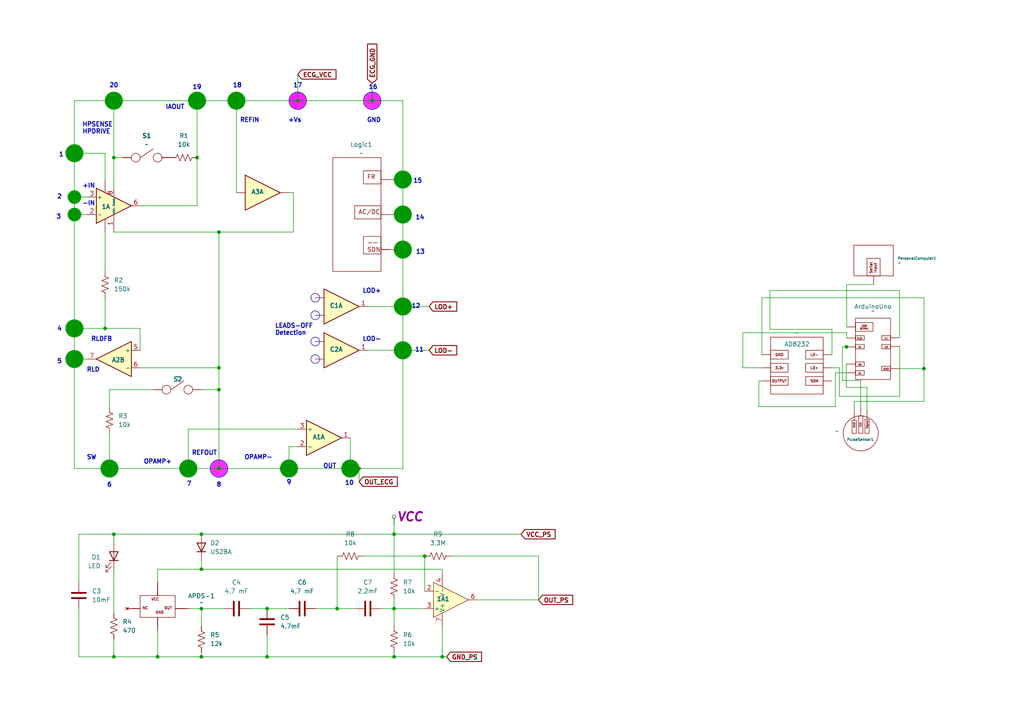
<source format=kicad_sch>
(kicad_sch (version 20231120) (generator "eeschema") (generator_version "8.0")
  (paper "A4")
  (lib_symbols
    (symbol "AD8606ARM_1" (pin_names (offset 0.127))
      (property "Reference" "A3" (at -1.524 0.254 0))
      (symbol "AD8606ARM_1_1_1"
        (polyline (pts (xy -5.08 5.08) (xy 5.08 0) (xy -5.08 -5.08) (xy -5.08 5.08)) (stroke (width 0.254)) (fill (type background)))
        (pin input line (at -7.62 0 0) (length 2.54) (name "") (number ""))
        (pin output line (at 7.62 0 180) (length 2.54) (name "~") (number ""))
      )
      (symbol "AD8606ARM_1_2_1"
        (polyline (pts (xy -5.08 5.08) (xy 5.08 0) (xy -5.08 -5.08) (xy -5.08 5.08)) (stroke (width 0.254)) (fill (type background)))
        (pin input line (at -7.62 2.54 0) (length 2.54) (name "+") (number "5"))
        (pin input line (at -7.62 -2.54 0) (length 2.54) (name "-") (number "6"))
        (pin output line (at 7.62 0 180) (length 2.54) (name "~") (number "7"))
      )
      (symbol "AD8606ARM_1_3_1"
        (pin power_in line (at -2.54 -7.62 90) (length 3.81) (name "V-") (number "4"))
        (pin power_in line (at -2.54 7.62 270) (length 3.81) (name "V+") (number "8"))
      )
    )
    (symbol "AD8606ARM_2" (pin_names (offset 0.127))
      (property "Reference" "C1" (at -1.524 0.254 0))
      (symbol "AD8606ARM_2_1_1"
        (polyline (pts (xy -5.08 5.08) (xy 5.08 0) (xy -5.08 -5.08) (xy -5.08 5.08)) (stroke (width 0.254)) (fill (type background)))
        (pin input line (at -7.62 -2.54 0) (length 2.54) (name "") (number ""))
        (pin input line (at -7.62 2.54 0) (length 2.54) (name "") (number ""))
        (pin output line (at 7.62 0 180) (length 2.54) (name "~") (number "1"))
      )
      (symbol "AD8606ARM_2_2_1"
        (polyline (pts (xy -5.08 5.08) (xy 5.08 0) (xy -5.08 -5.08) (xy -5.08 5.08)) (stroke (width 0.254)) (fill (type background)))
        (pin input line (at -7.62 2.54 0) (length 2.54) (name "+") (number "5"))
        (pin input line (at -7.62 -2.54 0) (length 2.54) (name "-") (number "6"))
        (pin output line (at 7.62 0 180) (length 2.54) (name "~") (number "7"))
      )
      (symbol "AD8606ARM_2_3_1"
        (pin power_in line (at -2.54 -7.62 90) (length 3.81) (name "V-") (number "4"))
        (pin power_in line (at -2.54 7.62 270) (length 3.81) (name "V+") (number "8"))
      )
    )
    (symbol "Amplifier_Operational:AD8606ARM" (pin_names (offset 0.127))
      (property "Reference" "U" (at 0 5.08 0))
      (property "Value" "AD8606ARM" (at 0 -5.08 0))
      (symbol "AD8606ARM_1_1"
        (polyline (pts (xy -5.08 5.08) (xy 5.08 0) (xy -5.08 -5.08) (xy -5.08 5.08)) (stroke (width 0.254)) (fill (type background)))
        (pin output line (at 7.62 0 180) (length 2.54) (name "~") (number "1"))
        (pin input line (at -7.62 -2.54 0) (length 2.54) (name "-") (number "2"))
        (pin input line (at -7.62 2.54 0) (length 2.54) (name "+") (number "3"))
      )
      (symbol "AD8606ARM_2_1"
        (polyline (pts (xy -5.08 5.08) (xy 5.08 0) (xy -5.08 -5.08) (xy -5.08 5.08)) (stroke (width 0.254)) (fill (type background)))
        (pin input line (at -7.62 2.54 0) (length 2.54) (name "+") (number "5"))
        (pin input line (at -7.62 -2.54 0) (length 2.54) (name "-") (number "6"))
        (pin output line (at 7.62 0 180) (length 2.54) (name "~") (number "7"))
      )
      (symbol "AD8606ARM_3_1"
        (pin power_in line (at -2.54 -7.62 90) (length 3.81) (name "V-") (number "4"))
        (pin power_in line (at -2.54 7.62 270) (length 3.81) (name "V+") (number "8"))
      )
    )
    (symbol "Amplifier_Operational:LogicBoardAD8232"
      (property "Reference" "Logic" (at 0 20.828 0))
      (symbol "LogicBoardAD8232_0_1"
        (rectangle (start -6.35 16.51) (end 7.62 -16.51))
      )
      (symbol "LogicBoardAD8232_1_0"
        (polyline (pts (xy 7.62 -10.16) (xy 10.16 -10.16)))
        (text_box "--\nSDN" (at 2.54 -6.35 0) (size 5.08 -5.08) (effects (font (size 1.27 1.27)) (justify left top)))
        (text_box "AC/DC" (at 0 2.54 0) (size 7.62 -3.81) (effects (font (size 1.27 1.27)) (justify left top)))
        (text_box "FR" (at 2.54 12.7 0) (size 5.08 -3.81) (effects (font (size 1.27 1.27)) (justify left top)))
      )
      (symbol "LogicBoardAD8232_1_1"
        (pin power_in line (at 11.43 -10.16 180) (length 3.81) (name "") (number ""))
        (pin power_in line (at 11.43 0 180) (length 3.81) (name "") (number ""))
        (pin power_in line (at 11.43 10.16 180) (length 3.81) (name "") (number ""))
      )
    )
    (symbol "Amplifier_Operational:OP1177ARM" (pin_names (offset 0.127))
      (property "Reference" "U" (at 2.54 5.08 0))
      (property "Value" "OP1177ARM" (at 7.62 2.54 0))
      (symbol "OP1177ARM_0_1"
        (polyline (pts (xy -5.08 5.08) (xy -5.08 -5.08) (xy 5.08 0) (xy -5.08 5.08)) (fill (type background)))
      )
      (symbol "OP1177ARM_1_1"
        (pin no_connect line (at -5.08 0 0) (length 3.81) hide (name "NC") (number "1"))
        (pin input line (at -7.62 -2.54 0) (length 2.54) (name "-") (number "2"))
        (pin input line (at -7.62 2.54 0) (length 2.54) (name "+") (number "3"))
        (pin power_in line (at -2.54 -7.62 90) (length 3.81) (name "V-") (number "4"))
        (pin no_connect line (at 0 -2.54 90) (length 3.81) hide (name "NC") (number "5"))
        (pin output line (at 7.62 0 180) (length 2.54) (name "~") (number "6"))
        (pin power_in line (at -2.54 7.62 270) (length 3.81) (name "V+") (number "7"))
        (pin no_connect line (at 0 2.54 270) (length 3.81) hide (name "NC") (number "8"))
      )
    )
    (symbol "Amplifier_Operational:OPA121KM" (pin_names (offset 0.127))
      (property "Reference" "1A" (at -2.286 -0.254 0))
      (symbol "OPA121KM_0_1"
        (polyline (pts (xy -5.08 5.08) (xy 5.08 0) (xy -5.08 -5.08) (xy -5.08 5.08)) (stroke (width 0.254)) (fill (type background)))
      )
      (symbol "OPA121KM_1_1"
        (pin power_in line (at -2.54 -7.62 90) (length 3.81) (name "") (number ""))
        (pin power_in line (at -2.54 7.62 270) (length 3.81) (name "") (number ""))
        (pin input line (at 0 -7.62 90) (length 5.08) (name "NULL") (number "1"))
        (pin input line (at -7.62 -2.54 0) (length 2.54) (name "-") (number "2"))
        (pin input line (at -7.62 2.54 0) (length 2.54) (name "+") (number "3"))
        (pin output line (at 7.62 0 180) (length 2.54) (name "~") (number "6"))
        (pin passive line (at 0 5.08 270) (length 2.54) (name "Subst.") (number "8"))
      )
    )
    (symbol "Analog:AD8232"
      (property "Reference" "AD8232" (at 0 0 0))
      (symbol "AD8232_0_1"
        (rectangle (start -7.62 -10.16) (end -2.54 -12.7))
        (rectangle (start -7.62 -6.35) (end -2.54 -8.89))
        (rectangle (start -7.62 -2.54) (end -2.54 -5.08))
        (rectangle (start -7.62 1.27) (end 7.62 -15.24))
        (rectangle (start 7.62 -10.16) (end 2.54 -12.7))
        (rectangle (start 7.62 -6.35) (end 2.54 -8.89))
        (rectangle (start 7.62 -2.54) (end 2.54 -5.08))
      )
      (symbol "AD8232_1_1"
        (text "3.3v\n" (at -5.08 -7.62 0) (effects (font (size 0.762 0.762))))
        (text "GND" (at -5.08 -3.81 0) (effects (font (size 0.762 0.762))))
        (text "LD+" (at 5.08 -7.62 0) (effects (font (size 0.762 0.762))))
        (text "LD-" (at 5.08 -3.81 0) (effects (font (size 0.762 0.762))))
        (text "OUTPUT" (at -5.08 -11.43 0) (effects (font (size 0.762 0.762))))
        (text "SDN\n" (at 5.08 -11.43 0) (effects (font (size 0.762 0.762))))
        (pin unspecified line (at -10.16 -11.43 0) (length 2.54) (name "") (number ""))
        (pin unspecified line (at -10.16 -7.62 0) (length 2.54) (name "") (number ""))
        (pin unspecified line (at -10.16 -3.81 0) (length 2.54) (name "") (number ""))
        (pin unspecified line (at 10.16 -11.43 180) (length 2.54) (name "") (number ""))
        (pin unspecified line (at 10.16 -7.62 180) (length 2.54) (name "") (number ""))
        (pin unspecified line (at 10.16 -3.81 180) (length 2.54) (name "") (number ""))
      )
    )
    (symbol "Analog:APDS-9006"
      (property "Reference" "APDS-9006" (at -6.35 4.064 0))
      (symbol "APDS-9006_0_1"
        (rectangle (start -3.81 2.54) (end 6.35 -3.81))
      )
      (symbol "APDS-9006_1_1"
        (polyline (pts (xy -3.81 -1.27) (xy -6.35 -1.27)))
        (polyline (pts (xy 1.27 -3.81) (xy 1.27 -6.35)))
        (polyline (pts (xy 1.27 2.54) (xy 1.27 5.08)))
        (polyline (pts (xy 6.35 -1.27) (xy 8.89 -1.27)))
        (text_box "GND" (at 0 -1.27 0) (size 2.54 -1.27) (stroke (width -0.0001)) (effects (font (size 0.762 0.762)) (justify left top)))
        (text_box "NC" (at -3.81 0 0) (size 3.81 -2.54) (stroke (width -0.0001)) (effects (font (size 0.762 0.762)) (justify left top)))
        (text_box "OUT\n" (at 2.54 0 0) (size 3.81 -2.54) (stroke (width -0.0001)) (effects (font (size 0.762 0.762)) (justify left top)))
        (text_box "VCC" (at -1.27 2.54 0) (size 3.81 -2.54) (stroke (width -0.0001)) (effects (font (size 0.762 0.762)) (justify left top)))
        (pin no_connect line (at -7.62 -1.27 0) (length 3.81) (name "") (number ""))
        (pin power_out line (at 1.27 -7.62 90) (length 3.81) (name "") (number ""))
        (pin input line (at 1.27 6.35 270) (length 3.81) (name "") (number ""))
        (pin output line (at 10.16 -1.27 180) (length 3.81) (name "") (number ""))
      )
    )
    (symbol "Analog:ATMEGA32"
      (property "Reference" "ArduinoUno" (at 0.0017 7.1947 0))
      (property "Value" "~" (at 0.0017 5.9247 0))
      (symbol "ATMEGA32_0_1"
        (rectangle (start -5.08 2.54) (end 0 0))
        (rectangle (start -5.08 3.81) (end 5.08 -13.97))
      )
      (symbol "ATMEGA32_1_1"
        (rectangle (start -5.08 -11.43) (end -2.54 -12.7))
        (rectangle (start -5.08 -8.89) (end -2.54 -10.16))
        (rectangle (start -5.08 -3.81) (end -2.54 -5.08))
        (rectangle (start -5.08 -1.27) (end -2.54 -2.54))
        (rectangle (start 2.54 -10.16) (end 5.08 -11.43))
        (rectangle (start 2.54 -3.81) (end 5.08 -5.08))
        (rectangle (start 2.54 -1.27) (end 5.08 -2.54))
        (text "10\n" (at 3.81 -4.572 0) (effects (font (size 0.508 0.508))))
        (text "11" (at 3.81 -2.032 0) (effects (font (size 0.508 0.508))))
        (text "3.3v\n" (at -3.81 -2.032 0) (effects (font (size 0.508 0.508))))
        (text "5v\n" (at -3.81 -4.572 0) (effects (font (size 0.508 0.508))))
        (text "A0\n" (at -3.81 -9.652 0) (effects (font (size 0.508 0.508))))
        (text "A1\n" (at -3.81 -12.192 0) (effects (font (size 0.508 0.508))))
        (text "GND\n" (at 3.81 -10.922 0) (effects (font (size 0.508 0.508))))
        (text "USB\nSERIAL" (at -2.5399 1.1959 0) (effects (font (size 0.508 0.508))))
        (pin input line (at -7.7558 -9.4993 0) (length 2.54) (name "") (number ""))
        (pin input line (at -7.6923 -12.0428 0) (length 2.54) (name "") (number ""))
        (pin power_out line (at -7.6923 -4.5147 0) (length 2.54) (name "") (number ""))
        (pin unspecified line (at -7.62 1.27 0) (length 2.54) (name "") (number ""))
        (pin power_out line (at -7.6199 -1.9465 0) (length 2.54) (name "") (number ""))
        (pin input line (at 7.6411 -10.8188 180) (length 2.54) (name "") (number ""))
        (pin input line (at 7.6957 -1.8688 180) (length 2.54) (name "") (number ""))
        (pin input line (at 7.7593 -4.4123 180) (length 2.54) (name "") (number ""))
      )
    )
    (symbol "Analog:PC"
      (property "Reference" "PersonalComputer" (at 3.1914 -0.0618 0))
      (symbol "PC_0_1"
        (rectangle (start -2.54 1.27) (end 8.89 -7.62))
        (rectangle (start 1.27 -2.54) (end 5.08 -7.6122))
      )
      (symbol "PC_1_1"
        (text "Serial\nInput" (at 3.0677 -5.2454 900) (effects (font (size 0.762 0.762))))
        (pin unspecified line (at 3.196 -10.1518 90) (length 2.54) (name "") (number ""))
      )
    )
    (symbol "Analog:PulseSensor"
      (property "Reference" "PulseSensor" (at 0 1.27 0))
      (symbol "PulseSensor_0_1"
        (circle (center 0 -1.27) (radius 5.08))
      )
      (symbol "PulseSensor_1_1"
        (rectangle (start -2.4509 -1.27) (end -1.2254 -5.3547))
        (rectangle (start -0.6393 -1.27) (end 0.5862 -6.35))
        (rectangle (start 1.2787 -1.27) (end 2.5042 -5.08))
        (text "GND\n" (at 1.9006 -3.7124 900) (effects (font (size 0.508 0.508))))
        (text "Signal\n" (at -1.8645 -3.89 900) (effects (font (size 0.508 0.508))))
        (text "VCC" (at 0 -3.81 900) (effects (font (size 0.508 0.508))))
        (pin unspecified line (at -1.829 -7.9216 90) (length 2.54) (name "") (number ""))
        (pin unspecified line (at 0 -8.89 90) (length 2.54) (name "") (number ""))
        (pin unspecified line (at 1.8648 -7.7178 90) (length 2.54) (name "") (number ""))
      )
    )
    (symbol "Device:C" (pin_numbers hide) (pin_names (offset 0.254))
      (property "Reference" "C" (at 0.635 2.54 0))
      (property "Value" "C" (at 0.635 -2.54 0))
      (symbol "C_0_1"
        (polyline (pts (xy -2.032 -0.762) (xy 2.032 -0.762)) (stroke (width 0.508)))
        (polyline (pts (xy -2.032 0.762) (xy 2.032 0.762)) (stroke (width 0.508)))
      )
      (symbol "C_1_1"
        (pin passive line (at 0 3.81 270) (length 2.794) (name "~") (number "1"))
        (pin passive line (at 0 -3.81 90) (length 2.794) (name "~") (number "2"))
      )
    )
    (symbol "Device:LED" (pin_numbers hide) (pin_names (offset 1.016) hide)
      (property "Reference" "D" (at 0 2.54 0))
      (property "Value" "LED" (at 0 -2.54 0))
      (symbol "LED_0_1"
        (polyline (pts (xy -1.27 -1.27) (xy -1.27 1.27)) (stroke (width 0.254)))
        (polyline (pts (xy -1.27 0) (xy 1.27 0)))
        (polyline (pts (xy 1.27 -1.27) (xy 1.27 1.27) (xy -1.27 0) (xy 1.27 -1.27)) (stroke (width 0.254)))
        (polyline (pts (xy -3.048 -0.762) (xy -4.572 -2.286) (xy -3.81 -2.286) (xy -4.572 -2.286) (xy -4.572 -1.524)))
        (polyline (pts (xy -1.778 -0.762) (xy -3.302 -2.286) (xy -2.54 -2.286) (xy -3.302 -2.286) (xy -3.302 -1.524)))
      )
      (symbol "LED_1_1"
        (pin passive line (at -3.81 0 0) (length 2.54) (name "K") (number "1"))
        (pin passive line (at 3.81 0 180) (length 2.54) (name "A") (number "2"))
      )
    )
    (symbol "Device:R_US" (pin_numbers hide) (pin_names (offset 0))
      (property "Reference" "R" (at 2.54 0 90))
      (property "Value" "R_US" (at -2.54 0 90))
      (symbol "R_US_0_1"
        (polyline (pts (xy 0 -2.286) (xy 0 -2.54)))
        (polyline (pts (xy 0 2.286) (xy 0 2.54)))
        (polyline (pts (xy 0 -0.762) (xy 1.016 -1.143) (xy 0 -1.524) (xy -1.016 -1.905) (xy 0 -2.286)))
        (polyline (pts (xy 0 0.762) (xy 1.016 0.381) (xy 0 0) (xy -1.016 -0.381) (xy 0 -0.762)))
        (polyline (pts (xy 0 2.286) (xy 1.016 1.905) (xy 0 1.524) (xy -1.016 1.143) (xy 0 0.762)))
      )
      (symbol "R_US_1_1"
        (pin passive line (at 0 3.81 270) (length 1.27) (name "~") (number "1"))
        (pin passive line (at 0 -3.81 90) (length 1.27) (name "~") (number "2"))
      )
    )
    (symbol "Diode:US2BA" (pin_numbers hide) (pin_names hide)
      (property "Reference" "D" (at 0 2.54 0))
      (property "Value" "US2BA" (at 0 -2.54 0))
      (symbol "US2BA_0_1"
        (polyline (pts (xy -1.27 1.27) (xy -1.27 -1.27)) (stroke (width 0.254)))
        (polyline (pts (xy 1.27 0) (xy -1.27 0)))
        (polyline (pts (xy 1.27 1.27) (xy 1.27 -1.27) (xy -1.27 0) (xy 1.27 1.27)) (stroke (width 0.254)))
      )
      (symbol "US2BA_1_1"
        (pin passive line (at -3.81 0 0) (length 2.54) (name "K") (number "1"))
        (pin passive line (at 3.81 0 180) (length 2.54) (name "A") (number "2"))
      )
    )
    (symbol "Switch:Switch_Graphics"
      (property "Reference" "S" (at 0.508 4.318 0))
      (symbol "Switch_Graphics_0_1"
        (circle (center -2.54 0) (radius 1.27))
        (polyline (pts (xy -5.08 0) (xy -6.35 0)))
        (polyline (pts (xy -5.08 0) (xy -3.81 0)))
        (polyline (pts (xy -1.27 0) (xy 2.54 2.54)))
        (polyline (pts (xy 2.54 -0.254) (xy 2.54 -0.254)))
        (polyline (pts (xy 2.54 -0.254) (xy 2.54 -0.254)))
        (polyline (pts (xy 5.08 0) (xy 6.35 0)))
        (polyline (pts (xy 6.35 0) (xy 7.62 0)))
        (circle (center 3.81 0) (radius 1.27))
      )
      (symbol "Switch_Graphics_1_1"
        (pin input line (at -6.35 0 0) (length 2.54) (name "") (number ""))
        (pin output line (at 7.62 0 180) (length 2.54) (name "") (number ""))
      )
    )
  )
  (junction (at 123.19 161.29))
  (junction (at 63.5 67.31))
  (junction (at 97.79 176.53))
  (junction (at 45.72 190.5))
  (junction (at 83.82 135.89) (diameter 5.08))
  (junction (at 114.3 154.94))
  (junction (at 116.84 72.39) (diameter 5.08))
  (junction (at 31.75 135.89) (diameter 5.08))
  (junction (at 30.48 95.25))
  (junction (at 57.15 29.21) (diameter 5.08))
  (junction (at 58.42 165.1))
  (junction (at 128.27 190.5))
  (junction (at 63.5 135.89))
  (junction (at 68.58 29.21) (diameter 5.08))
  (junction (at 116.84 62.23) (diameter 5.08))
  (junction (at 245.5129 100.6094))
  (junction (at 21.59 57.15) (diameter 3.81))
  (junction (at 21.59 44.45) (diameter 5.08))
  (junction (at 33.02 190.5))
  (junction (at 57.15 45.72))
  (junction (at 33.02 29.21) (diameter 5.08))
  (junction (at 116.84 52.07) (diameter 5.08))
  (junction (at 63.5 106.68))
  (junction (at 101.6 135.89) (diameter 5.08))
  (junction (at 21.59 62.23) (diameter 3.81))
  (junction (at 116.84 88.9) (diameter 5.08))
  (junction (at 104.14 135.89))
  (junction (at 114.3 190.5))
  (junction (at 33.02 45.72))
  (junction (at 116.84 101.6) (diameter 5.08))
  (junction (at 58.42 154.94))
  (junction (at 77.47 176.53))
  (junction (at 58.42 176.53))
  (junction (at 77.47 190.5))
  (junction (at 114.3 176.53))
  (junction (at 21.59 95.25) (diameter 5.08))
  (junction (at 63.5 113.03))
  (junction (at 58.42 190.5))
  (junction (at 21.59 104.14) (diameter 5.08))
  (junction (at 86.36 29.21))
  (junction (at 267.97 106.9135))
  (junction (at 107.95 29.21))
  (junction (at 54.61 135.89) (diameter 5.08))
  (junction (at 33.02 154.94))
  (wire (pts (xy 260.9009 84.258) (xy 260.9009 97.9635)))
  (wire (pts (xy 251.462 112.3731) (xy 245.4494 112.3731)))
  (wire (pts (xy 247.7746 116.4437) (xy 267.97 116.4437)))
  (wire (pts (xy 45.72 182.88) (xy 45.72 190.5)))
  (wire (pts (xy 223.3012 84.258) (xy 260.9009 84.258)))
  (wire (pts (xy 215.4435 96.52) (xy 245.5853 96.52)))
  (wire (pts (xy 63.5 113.03) (xy 63.5 106.68)))
  (wire (pts (xy 58.42 154.94) (xy 114.3 154.94)))
  (wire (pts (xy 260.9645 100.507) (xy 260.9645 114.938)))
  (wire (pts (xy 220.098 110.49) (xy 220.098 117.941)))
  (wire (pts (xy 128.27 165.1) (xy 128.27 166.37)))
  (wire (pts (xy 85.09 67.31) (xy 63.5 67.31)))
  (wire (pts (xy 86.36 29.21) (xy 107.95 29.21)))
  (wire (pts (xy 68.58 29.21) (xy 68.58 55.88)))
  (wire (pts (xy 244.3551 110.3378) (xy 244.3551 100.6094)))
  (wire (pts (xy 33.02 45.72) (xy 33.02 54.61)))
  (wire (pts (xy 40.64 106.68) (xy 63.5 106.68)))
  (wire (pts (xy 83.82 129.54) (xy 83.82 135.89)))
  (wire (pts (xy 97.79 176.53) (xy 102.87 176.53)))
  (wire (pts (xy 45.72 190.5) (xy 33.02 190.5)))
  (wire (pts (xy 40.64 101.6) (xy 40.64 95.25)))
  (wire (pts (xy 241.3 106.68) (xy 243.4208 106.68)))
  (wire (pts (xy 22.86 190.5) (xy 33.02 190.5)))
  (wire (pts (xy 30.48 52.07) (xy 30.48 44.45)))
  (wire (pts (xy 58.42 181.61) (xy 58.42 176.53)))
  (wire (pts (xy 83.82 55.88) (xy 85.09 55.88)))
  (wire (pts (xy 241.3 95.519) (xy 223.3012 95.519)))
  (wire (pts (xy 220.098 117.941) (xy 242.2697 117.941)))
  (wire (pts (xy 106.68 101.6) (xy 116.84 101.6)))
  (wire (pts (xy 114.3 52.07) (xy 116.84 52.07)))
  (wire (pts (xy 31.75 113.03) (xy 31.75 118.11)))
  (wire (pts (xy 245.4494 105.594) (xy 245.4494 112.3731)))
  (wire (pts (xy 220.98 102.87) (xy 220.98 86.36)))
  (wire (pts (xy 116.84 88.9) (xy 124.46 88.9)))
  (wire (pts (xy 249.6394 110.3378) (xy 244.3551 110.3378)))
  (wire (pts (xy 58.42 176.53) (xy 64.77 176.53)))
  (wire (pts (xy 33.02 29.21) (xy 33.02 45.72)))
  (wire (pts (xy 31.75 125.73) (xy 31.75 135.89)))
  (wire (pts (xy 116.84 135.89) (xy 104.14 135.89)))
  (wire (pts (xy 251.4684 119.0408) (xy 251.462 119.0408)))
  (wire (pts (xy 58.42 113.03) (xy 63.5 113.03)))
  (wire (pts (xy 21.59 62.23) (xy 21.59 95.25)))
  (wire (pts (xy 21.59 29.21) (xy 33.02 29.21)))
  (wire (pts (xy 116.84 62.23) (xy 116.84 72.39)))
  (wire (pts (xy 58.42 165.1) (xy 128.27 165.1)))
  (wire (pts (xy 247.7746 119.2446) (xy 247.7746 116.4437)))
  (wire (pts (xy 33.02 157.48) (xy 33.02 154.94)))
  (wire (pts (xy 40.64 59.69) (xy 57.15 59.69)))
  (wire (pts (xy 267.97 116.4437) (xy 267.97 106.9135)))
  (wire (pts (xy 63.5 67.31) (xy 33.02 67.31)))
  (wire (pts (xy 114.3 190.5) (xy 128.27 190.5)))
  (wire (pts (xy 245.5129 100.6302) (xy 245.5129 100.6094)))
  (wire (pts (xy 114.3 154.94) (xy 151.13 154.94)))
  (wire (pts (xy 85.09 55.88) (xy 85.09 67.31)))
  (wire (pts (xy 21.59 44.45) (xy 21.59 29.21)))
  (wire (pts (xy 251.462 119.0408) (xy 251.462 112.3731)))
  (wire (pts (xy 110.49 176.53) (xy 114.3 176.53)))
  (wire (pts (xy 86.36 129.54) (xy 83.82 129.54)))
  (wire (pts (xy 30.48 86.36) (xy 30.48 95.25)))
  (wire (pts (xy 220.98 106.68) (xy 215.4435 106.68)))
  (wire (pts (xy 215.4435 106.68) (xy 215.4435 96.52)))
  (wire (pts (xy 30.48 95.25) (xy 21.59 95.25)))
  (wire (pts (xy 116.84 101.6) (xy 124.46 101.6)))
  (wire (pts (xy 21.59 44.45) (xy 30.48 44.45)))
  (wire (pts (xy 45.72 190.5) (xy 58.42 190.5)))
  (wire (pts (xy 33.02 185.42) (xy 33.02 190.5)))
  (wire (pts (xy 63.5 67.31) (xy 63.5 106.68)))
  (wire (pts (xy 30.48 67.31) (xy 30.48 78.74)))
  (wire (pts (xy 116.84 52.07) (xy 116.84 62.23)))
  (wire (pts (xy 63.5 113.03) (xy 63.5 135.89)))
  (wire (pts (xy 86.36 21.59) (xy 86.36 29.21)))
  (wire (pts (xy 243.4208 114.938) (xy 260.9645 114.938)))
  (wire (pts (xy 220.98 86.36) (xy 267.97 86.36)))
  (wire (pts (xy 44.45 113.03) (xy 31.75 113.03)))
  (wire (pts (xy 54.61 124.46) (xy 54.61 135.89)))
  (wire (pts (xy 128.27 190.5) (xy 128.27 181.61)))
  (wire (pts (xy 58.42 190.5) (xy 77.47 190.5)))
  (wire (pts (xy 245.5853 96.52) (xy 245.5853 98.0412)))
  (wire (pts (xy 249.6394 118.0724) (xy 249.6394 110.3378)))
  (wire (pts (xy 25.4 62.23) (xy 21.59 62.23)))
  (wire (pts (xy 114.3 72.39) (xy 116.84 72.39)))
  (wire (pts (xy 63.5 135.89) (xy 54.61 135.89)))
  (wire (pts (xy 243.4208 106.68) (xy 243.4208 114.938)))
  (wire (pts (xy 77.47 184.15) (xy 77.47 190.5)))
  (wire (pts (xy 57.15 29.21) (xy 68.58 29.21)))
  (wire (pts (xy 267.97 106.9135) (xy 260.8463 106.9135)))
  (wire (pts (xy 104.14 135.89) (xy 101.6 135.89)))
  (wire (pts (xy 25.4 57.15) (xy 21.59 57.15)))
  (wire (pts (xy 101.6 135.89) (xy 83.82 135.89)))
  (wire (pts (xy 116.84 88.9) (xy 116.84 101.6)))
  (wire (pts (xy 54.61 135.89) (xy 31.75 135.89)))
  (wire (pts (xy 105.41 161.29) (xy 123.19 161.29)))
  (wire (pts (xy 241.3 102.87) (xy 241.3 95.519)))
  (wire (pts (xy 114.3 176.53) (xy 123.19 176.53)))
  (wire (pts (xy 22.86 168.91) (xy 22.86 154.94)))
  (wire (pts (xy 245.5129 108.1344) (xy 245.5129 108.1375)))
  (wire (pts (xy 129.54 190.5) (xy 128.27 190.5)))
  (wire (pts (xy 130.81 161.29) (xy 156.21 161.29)))
  (wire (pts (xy 245.5852 82.5418) (xy 253.386 82.5418)))
  (wire (pts (xy 57.15 29.21) (xy 57.15 45.72)))
  (wire (pts (xy 107.95 24.13) (xy 107.95 29.21)))
  (wire (pts (xy 114.3 173.99) (xy 114.3 176.53)))
  (wire (pts (xy 21.59 57.15) (xy 21.59 44.45)))
  (wire (pts (xy 33.02 154.94) (xy 58.42 154.94)))
  (wire (pts (xy 260.7755 113.6639) (xy 260.7755 113.6347)))
  (wire (pts (xy 77.47 190.5) (xy 114.3 190.5)))
  (wire (pts (xy 223.3012 95.519) (xy 223.3012 84.258)))
  (wire (pts (xy 21.59 104.14) (xy 25.4 104.14)))
  (wire (pts (xy 244.3551 100.6094) (xy 245.5129 100.6094)))
  (wire (pts (xy 104.14 135.89) (xy 104.14 139.7)))
  (wire (pts (xy 242.2697 108.1344) (xy 245.5129 108.1344)))
  (wire (pts (xy 58.42 189.23) (xy 58.42 190.5)))
  (wire (pts (xy 68.58 29.21) (xy 86.36 29.21)))
  (wire (pts (xy 33.02 165.1) (xy 33.02 177.8)))
  (wire (pts (xy 86.36 124.46) (xy 54.61 124.46)))
  (wire (pts (xy 156.21 173.99) (xy 138.43 173.99)))
  (wire (pts (xy 58.42 165.1) (xy 58.42 162.56)))
  (wire (pts (xy 101.6 127) (xy 101.6 135.89)))
  (wire (pts (xy 57.15 45.72) (xy 57.15 59.69)))
  (wire (pts (xy 245.5852 94.8247) (xy 245.5852 82.5418)))
  (wire (pts (xy 116.84 101.6) (xy 116.84 135.89)))
  (wire (pts (xy 97.79 161.29) (xy 97.79 176.53)))
  (wire (pts (xy 72.39 176.53) (xy 77.47 176.53)))
  (wire (pts (xy 22.86 176.53) (xy 22.86 190.5)))
  (wire (pts (xy 242.2697 117.941) (xy 242.2697 108.1344)))
  (wire (pts (xy 45.72 165.1) (xy 58.42 165.1)))
  (wire (pts (xy 83.82 135.89) (xy 63.5 135.89)))
  (wire (pts (xy 106.68 88.9) (xy 116.84 88.9)))
  (wire (pts (xy 114.3 176.53) (xy 114.3 181.61)))
  (wire (pts (xy 91.44 176.53) (xy 97.79 176.53)))
  (wire (pts (xy 220.98 110.49) (xy 220.098 110.49)))
  (wire (pts (xy 33.02 45.72) (xy 35.56 45.72)))
  (wire (pts (xy 123.19 161.29) (xy 123.19 171.45)))
  (wire (pts (xy 21.59 104.14) (xy 21.59 135.89)))
  (wire (pts (xy 22.86 154.94) (xy 33.02 154.94)))
  (wire (pts (xy 114.3 62.23) (xy 116.84 62.23)))
  (wire (pts (xy 156.21 161.29) (xy 156.21 173.99)))
  (wire (pts (xy 30.48 95.25) (xy 40.64 95.25)))
  (wire (pts (xy 21.59 57.15) (xy 21.59 62.23)))
  (wire (pts (xy 107.95 29.21) (xy 116.84 29.21)))
  (wire (pts (xy 116.84 72.39) (xy 116.84 88.9)))
  (wire (pts (xy 21.59 95.25) (xy 21.59 104.14)))
  (wire (pts (xy 116.84 29.21) (xy 116.84 52.07)))
  (wire (pts (xy 267.97 86.36) (xy 267.97 106.9135)))
  (wire (pts (xy 114.3 190.5) (xy 114.3 189.23)))
  (wire (pts (xy 31.75 135.89) (xy 21.59 135.89)))
  (wire (pts (xy 58.42 176.53) (xy 54.61 176.53)))
  (wire (pts (xy 114.3 154.94) (xy 114.3 166.37)))
  (wire (pts (xy 77.47 176.53) (xy 83.82 176.53)))
  (wire (pts (xy 33.02 29.21) (xy 57.15 29.21)))
  (wire (pts (xy 114.3 149.86) (xy 114.3 154.94)))
  (wire (pts (xy 45.72 165.1) (xy 45.72 168.91)))
  (circle (center 90.17 86.36) (radius 0.0001) (fill (type color) (color 39 0 255 1)))
  (circle (center 91.44 99.06) (radius 1.27))
  (circle (center 86.36 29.21) (radius 2.54) (fill (type color) (color 253 32 255 1)))
  (circle (center 91.44 91.44) (radius 1.27))
  (circle (center 107.95 29.21) (radius 2.54) (fill (type color) (color 253 47 255 1)))
  (circle (center 91.44 104.14) (radius 1.27))
  (circle (center 91.44 86.36) (radius 1.27))
  (circle (center 63.5 135.89) (radius 2.54) (fill (type color) (color 253 47 255 1)))
  (text_box "+IN" (at 22.86 52.07 0) (size 6.35 2.54) (stroke (width -0.0001)) (effects (font (size 1.27 1.27) (thickness 0.254) (bold yes)) (justify left top)))
  (text_box "GND\n" (at 105.41 33.02 0) (size 6.35 2.54) (stroke (width -0.0001)) (effects (font (size 1.27 1.27) (thickness 0.254) (bold yes)) (justify left top)))
  (text_box "LEADS-OFF Detection" (at 78.74 92.71 0) (size 6.35 2.54) (stroke (width -0.0001)) (effects (font (size 1.27 1.27) (thickness 0.254) (bold yes)) (justify left top)))
  (text_box "OUT\n" (at 92.71 133.35 0) (size 6.35 2.54) (stroke (width -0.0001)) (effects (font (size 1.27 1.27) (thickness 0.254) (bold yes)) (justify left top)))
  (text_box "LOD-\n" (at 104.14 96.52 0) (size 6.35 2.54) (stroke (width -0.0001)) (effects (font (size 1.27 1.27) (thickness 0.254) (bold yes)) (justify left top)))
  (text_box "REFOUT\n" (at 54.61 129.54 0) (size 6.35 2.54) (stroke (width -0.0001)) (effects (font (size 1.27 1.27) (thickness 0.254) (bold yes)) (justify left top)))
  (text_box "RLDFB\n" (at 25.4 96.52 0) (size 6.35 2.54) (stroke (width -0.0001)) (effects (font (size 1.27 1.27) (thickness 0.254) (bold yes)) (justify left top)))
  (text_box "HPSENSE\nHPDRIVE" (at 22.86 34.29 0) (size 10.16 5.08) (stroke (width -0.0001)) (effects (font (size 1.27 1.27) (thickness 0.254) (bold yes)) (justify left top)))
  (text_box "RLD\n" (at 24.13 105.41 0) (size 6.35 2.54) (stroke (width -0.0001)) (effects (font (size 1.27 1.27) (thickness 0.254) (bold yes)) (justify left top)))
  (text_box "IAOUT" (at 46.99 29.21 0) (size 6.35 2.54) (stroke (width -0.0001)) (effects (font (size 1.27 1.27) (thickness 0.254) (bold yes)) (justify left top)))
  (text_box "+Vs\n" (at 82.55 33.02 0) (size 6.35 2.54) (stroke (width -0.0001)) (effects (font (size 1.27 1.27) (thickness 0.254) (bold yes)) (justify left top)))
  (text_box "OPAMP-\n" (at 69.85 130.81 0) (size 6.35 2.54) (stroke (width -0.0001)) (effects (font (size 1.27 1.27) (thickness 0.254) (bold yes)) (justify left top)))
  (text_box "REFIN\n" (at 68.58 33.02 0) (size 6.35 2.54) (stroke (width -0.0001)) (effects (font (size 1.27 1.27) (thickness 0.254) (bold yes)) (justify left top)))
  (text_box "-IN" (at 22.86 57.15 0) (size 6.35 2.54) (stroke (width -0.0001)) (effects (font (size 1.27 1.27) (thickness 0.254) (bold yes)) (justify left top)))
  (text_box "LOD+\n" (at 104.14 82.55 0) (size 6.35 2.54) (stroke (width -0.0001)) (effects (font (size 1.27 1.27) (thickness 0.254) (bold yes)) (justify left top)))
  (text_box "SW" (at 24.13 130.81 0) (size 6.35 2.54) (stroke (width -0.0001)) (effects (font (size 1.27 1.27) (thickness 0.254) (bold yes)) (justify left top)))
  (text_box "OPAMP+" (at 40.64 132.08 0) (size 6.35 2.54) (stroke (width -0.0001)) (effects (font (size 1.27 1.27) (thickness 0.254) (bold yes)) (justify left top)))
  (text "20" (at 33.02 24.892 0) (effects (font (size 1.27 1.27) (thickness 0.254) (bold yes))))
  (text "2" (at 17.272 57.15 0) (effects (font (size 1.27 1.27) (thickness 0.254) (bold yes))))
  (text "1" (at 17.78 44.958 0) (effects (font (size 1.27 1.27) (thickness 0.254) (bold yes))))
  (text "5" (at 17.272 104.902 0) (effects (font (size 1.27 1.27) (thickness 0.254) (bold yes))))
  (text "3" (at 17.018 62.992 0) (effects (font (size 1.27 1.27) (thickness 0.254) (bold yes))))
  (text "10" (at 101.346 140.208 0) (effects (font (size 1.27 1.27) (thickness 0.254) (bold yes))))
  (text "9" (at 83.82 139.954 0) (effects (font (size 1.27 1.27) (thickness 0.254) (bold yes))))
  (text "18" (at 68.834 24.892 0) (effects (font (size 1.27 1.27) (thickness 0.254) (bold yes))))
  (text "6\n" (at 31.75 140.716 0) (effects (font (size 1.27 1.27) (thickness 0.254) (bold yes))))
  (text "13" (at 121.9277 73.1947 0) (effects (font (size 1.27 1.27) (thickness 0.254) (bold yes))))
  (text "19" (at 57.15 25.4 0) (effects (font (size 1.27 1.27) (thickness 0.254) (bold yes))))
  (text "11" (at 121.666 101.6 0) (effects (font (size 1.27 1.27) (thickness 0.254) (bold yes))))
  (text "7" (at 54.864 140.462 0) (effects (font (size 1.27 1.27) (thickness 0.254) (bold yes))))
  (text "4" (at 17.272 95.504 0) (effects (font (size 1.27 1.27) (thickness 0.254) (bold yes))))
  (text "17" (at 86.36 24.892 0) (effects (font (size 1.27 1.27) (thickness 0.254) (bold yes))))
  (text "12" (at 120.65 88.9 0) (effects (font (size 1.27 1.27) (thickness 0.254) (bold yes))))
  (text "16" (at 108.204 25.4 0) (effects (font (size 1.27 1.27) (thickness 0.254) (bold yes))))
  (text "8" (at 63.5 140.716 0) (effects (font (size 1.27 1.27) (thickness 0.254) (bold yes))))
  (text "14" (at 121.8036 63.2084 0) (effects (font (size 1.27 1.27) (thickness 0.254) (bold yes))))
  (text "15" (at 121.158 52.578 0) (effects (font (size 1.27 1.27) (thickness 0.254) (bold yes))))
  (global_label "ECG_GND" (shape input) (at 107.95 24.13 90) (effects (font (thickness 0.254) (bold yes))) (property "Intersheetrefs" "${INTERSHEET_REFS}" (effects (hide yes))))
  (global_label "OUT_PS" (shape input) (at 156.21 173.99 0) (effects (font (thickness 0.254) (bold yes))) (property "Intersheetrefs" "${INTERSHEET_REFS}" (effects (hide yes))))
  (global_label "OUT_ECG" (shape input) (at 104.14 139.7 0) (effects (font (thickness 0.254) (bold yes))) (property "Intersheetrefs" "${INTERSHEET_REFS}" (effects (hide yes))))
  (global_label "GND_PS" (shape input) (at 129.54 190.5 0) (effects (font (thickness 0.254) (bold yes))) (property "Intersheetrefs" "${INTERSHEET_REFS}" (effects (hide yes))))
  (global_label "VCC_PS" (shape input) (at 151.13 154.94 0) (effects (font (thickness 0.254) (bold yes))) (property "Intersheetrefs" "${INTERSHEET_REFS}" (effects (hide yes))))
  (global_label "LOD-" (shape input) (at 124.46 101.6 0) (effects (font (thickness 0.254) (bold yes))) (property "Intersheetrefs" "${INTERSHEET_REFS}" (effects (hide yes))))
  (global_label "LOD+" (shape input) (at 124.46 88.9 0) (effects (font (thickness 0.254) (bold yes))) (property "Intersheetrefs" "${INTERSHEET_REFS}" (effects (hide yes))))
  (global_label "ECG_VCC" (shape input) (at 86.36 21.59 0) (effects (font (thickness 0.254) (bold yes))) (property "Intersheetrefs" "${INTERSHEET_REFS}" (effects (hide yes))))
  (netclass_flag "" (length 2.54) (shape round) (at 114.3 152.4 0) (property "Netclass" "VCC" (at 114.9985 149.86 0) (effects (font (size 2.54 2.54) (thickness 0.508) (bold yes) (italic yes)) (justify left))))
  (symbol (lib_id "Device:R_US") (at 58.42 185.42 180) (unit 1)
    (property "Reference" "R5" (at 60.96 184.1499 0) (effects (justify right)))
    (property "Value" "12k" (at 60.96 186.6899 0) (effects (justify right)))
    (property "Description" "Resistor, US symbol" (effects (hide yes)))
  )
  (symbol (lib_id "Analog:PulseSensor") (at 249.6394 126.9624 180) (unit 1)
    (property "Reference" "PulseSensor1" (at 253.4494 127.4704 0) (effects (font (size 0.762 0.762)) (justify left)))
    (property "Value" "~" (at 243.2894 125.0574 0) (effects (justify left)))
  )
  (symbol (lib_name "AD8606ARM_2") (lib_id "Amplifier_Operational:AD8606ARM") (at 99.06 101.6 0) (unit 1)
    (property "Reference" "C2" (at 97.536 101.346 0) (effects (font (thickness 0.254) (bold yes))))
    (property "Value" "AD8606ARM" (effects (hide yes)))
  )
  (symbol (lib_id "Analog:ATMEGA32") (at 253.2052 96.0947 0) (unit 1)
    (property "Reference" "ArduinoUno" (at 253.2069 88.9 0))
    (property "Value" "~" (at 253.2069 90.17 0))
  )
  (symbol (lib_id "Device:C") (at 68.58 176.53 90) (unit 1)
    (property "Reference" "C4" (at 68.58 168.91 90))
    (property "Value" "4,7 mF" (at 68.58 171.45 90))
    (property "Description" "Unpolarized capacitor" (effects (hide yes)))
  )
  (symbol (lib_name "AD8606ARM_1") (lib_id "Amplifier_Operational:AD8606ARM") (at 76.2 55.88 0) (unit 1)
    (property "Reference" "A3" (at 74.676 55.626 0) (effects (font (thickness 0.254) (bold yes))))
    (property "Value" "A3" (effects (hide yes)))
  )
  (symbol (lib_id "Analog:APDS-9006") (at 44.45 175.26 0) (unit 1)
    (property "Reference" "APDS-1" (at 58.42 172.8468 0))
    (property "Value" "~" (at 58.42 174.7519 0))
  )
  (symbol (lib_id "Analog:AD8232") (at 231.14 99.06 0) (unit 1)
    (property "Reference" "AD8232" (at 231.14 99.822 0))
    (property "Value" "~" (at 231.14 96.52 0))
  )
  (symbol (lib_id "Diode:US2BA") (at 58.42 158.75 90) (unit 1)
    (property "Reference" "D2" (at 60.96 157.4799 90) (effects (justify right)))
    (property "Value" "US2BA" (at 60.96 160.0199 90) (effects (justify right)))
    (property "Footprint" "Diode_SMD:D_SMA" (effects (hide yes)))
    (property "Datasheet" "https://www.onsemi.com/pub/Collateral/US2AA-D.PDF" (effects (hide yes)))
    (property "Description" "100V, 1.5A, General Purpose Rectifier Diode, SMA(DO-214AC)" (effects (hide yes)))
    (property "Sim.Device" "D" (effects (hide yes)))
    (property "Sim.Pins" "1=K 2=A" (effects (hide yes)))
  )
  (symbol (lib_id "Device:R_US") (at 114.3 185.42 180) (unit 1)
    (property "Reference" "R6" (at 116.84 184.1499 0) (effects (justify right)))
    (property "Value" "10k" (at 116.84 186.6899 0) (effects (justify right)))
    (property "Description" "Resistor, US symbol" (effects (hide yes)))
  )
  (symbol (lib_id "Switch:Switch_Graphics") (at 50.8 113.03 0) (unit 1)
    (property "Reference" "S2" (at 51.562 109.982 0) (effects (font (thickness 0.254) (bold yes))))
    (property "Value" "~" (at 51.435 109.22 0))
  )
  (symbol (lib_id "Switch:Switch_Graphics") (at 41.91 45.72 0) (unit 1)
    (property "Reference" "S1" (at 42.545 39.37 0) (effects (font (thickness 0.254) (bold yes))))
    (property "Value" "~" (at 42.545 41.91 0))
  )
  (symbol (lib_id "Device:R_US") (at 53.34 45.72 270) (unit 1)
    (property "Reference" "R1" (at 53.34 39.37 90))
    (property "Value" "10k" (at 53.34 41.91 90))
    (property "Description" "Resistor, US symbol" (effects (hide yes)))
  )
  (symbol (lib_id "Device:LED") (at 33.02 161.29 270) (mirror x) (unit 1)
    (property "Reference" "D1" (at 29.21 161.6074 90) (effects (justify right)))
    (property "Value" "LED" (at 29.21 164.1474 90) (effects (justify right)))
    (property "Description" "Light emitting diode" (effects (hide yes)))
  )
  (symbol (lib_id "Amplifier_Operational:LogicBoardAD8232") (at 102.87 62.23 0) (unit 1)
    (property "Reference" "Logic1" (at 104.775 41.91 0))
    (property "Value" "~" (at 104.775 44.45 0))
  )
  (symbol (lib_id "Amplifier_Operational:AD8606ARM") (at 93.98 127 0) (unit 1)
    (property "Reference" "A1" (at 92.456 126.746 0) (effects (font (thickness 0.254) (bold yes))))
    (property "Value" "AD8606ARM" (effects (hide yes)))
    (property "Footprint" "Package_SO:MSOP-8_3x3mm_P0.65mm" (effects (hide yes)))
    (property "Datasheet" "https://www.analog.com/media/en/technical-documentation/data-sheets/AD8605_8606_8608.pdf" (effects (hide yes)))
    (property "Description" "Dual Precision Low Noise, Low Input Bias Current, Wide Bandwidth Operational Amplifiers, MSOP-8" (effects (hide yes)))
  )
  (symbol (lib_id "Device:R_US") (at 31.75 121.92 180) (unit 1)
    (property "Reference" "R3" (at 34.29 120.6499 0) (effects (justify right)))
    (property "Value" "10k" (at 34.29 123.1899 0) (effects (justify right)))
    (property "Description" "Resistor, US symbol" (effects (hide yes)))
  )
  (symbol (lib_id "Device:R_US") (at 30.48 82.55 180) (unit 1)
    (property "Reference" "R2" (at 33.02 81.2799 0) (effects (justify right)))
    (property "Value" "150k" (at 33.02 83.8199 0) (effects (justify right)))
    (property "Description" "Resistor, US symbol" (effects (hide yes)))
  )
  (symbol (lib_id "Device:C") (at 87.63 176.53 90) (unit 1)
    (property "Reference" "C6" (at 87.63 168.91 90))
    (property "Value" "4,7 mF" (at 87.63 171.45 90))
    (property "Description" "Unpolarized capacitor" (effects (hide yes)))
  )
  (symbol (lib_id "Analog:PC") (at 250.19 72.39 0) (unit 1)
    (property "Reference" "PersonalComputer1" (at 260.35 74.93 0) (effects (font (size 0.762 0.762)) (justify left)))
    (property "Value" "~" (at 260.35 76.2 0) (effects (justify left)))
  )
  (symbol (lib_id "Device:C") (at 22.86 172.72 0) (unit 1)
    (property "Reference" "C3" (at 26.67 171.4499 0) (effects (justify left)))
    (property "Value" "10mF" (at 26.67 173.9899 0) (effects (justify left)))
    (property "Description" "Unpolarized capacitor" (effects (hide yes)))
  )
  (symbol (lib_id "Device:R_US") (at 127 161.29 90) (unit 1)
    (property "Reference" "R9" (at 127 154.94 90))
    (property "Value" "3,3M" (at 127 157.48 90))
    (property "Description" "Resistor, US symbol" (effects (hide yes)))
  )
  (symbol (lib_name "AD8606ARM_2") (lib_id "Amplifier_Operational:AD8606ARM") (at 99.06 88.9 0) (unit 1)
    (property "Reference" "C1" (at 97.536 88.646 0) (effects (font (thickness 0.254) (bold yes))))
  )
  (symbol (lib_id "Device:C") (at 106.68 176.53 90) (unit 1)
    (property "Reference" "C7" (at 106.68 168.91 90))
    (property "Value" "2,2mF" (at 106.68 171.45 90))
    (property "Description" "Unpolarized capacitor" (effects (hide yes)))
  )
  (symbol (lib_id "Amplifier_Operational:AD8606ARM") (at 33.02 104.14 0) (mirror y) (unit 2)
    (property "Reference" "A2" (at 34.29 104.394 0) (effects (font (thickness 0.254) (bold yes))))
    (property "Value" "AD8606ARM" (effects (hide yes)))
    (property "Footprint" "Package_SO:MSOP-8_3x3mm_P0.65mm" (effects (hide yes)))
    (property "Datasheet" "https://www.analog.com/media/en/technical-documentation/data-sheets/AD8605_8606_8608.pdf" (effects (hide yes)))
    (property "Description" "Dual Precision Low Noise, Low Input Bias Current, Wide Bandwidth Operational Amplifiers, MSOP-8" (effects (hide yes)))
  )
  (symbol (lib_id "Device:C") (at 77.47 180.34 0) (unit 1)
    (property "Reference" "C5" (at 81.28 179.0699 0) (effects (justify left)))
    (property "Value" "4,7mF" (at 81.28 181.6099 0) (effects (justify left)))
    (property "Description" "Unpolarized capacitor" (effects (hide yes)))
  )
  (symbol (lib_id "Device:R_US") (at 114.3 170.18 180) (unit 1)
    (property "Reference" "R7" (at 116.84 168.9099 0) (effects (justify right)))
    (property "Value" "10k" (at 116.84 171.4499 0) (effects (justify right)))
    (property "Description" "Resistor, US symbol" (effects (hide yes)))
  )
  (symbol (lib_id "Amplifier_Operational:OP1177ARM") (at 130.81 173.99 0) (mirror x) (unit 1)
    (property "Reference" "1A1" (at 128.524 173.736 0) (effects (font (thickness 0.254) (bold yes))))
    (property "Value" "AD8606ARM" (effects (hide yes)))
    (property "Footprint" "Package_SO:MSOP-8_3x3mm_P0.65mm" (effects (hide yes)))
    (property "Datasheet" "https://www.analog.com/media/en/technical-documentation/data-sheets/OP1177_2177_4177.pdf" (effects (hide yes)))
    (property "Description" "Precision Low Noise, Low Input Bias Current Operational Amplifier, MSOP-8" (effects (hide yes)))
  )
  (symbol (lib_id "Amplifier_Operational:OPA121KM") (at 33.02 59.69 0) (unit 1)
    (property "Reference" "1A" (at 30.734 59.944 0) (effects (font (thickness 0.254) (bold yes))))
    (property "Value" "AD8606ARM" (effects (hide yes)))
    (property "Footprint" "Package_TO_SOT_THT:TO-99-8" (effects (hide yes)))
    (property "Datasheet" "https://www.alldatasheet.com/datasheet-pdf/pdf/56725/BURR-BROWN/OPA121.html" (effects (hide yes)))
    (property "Description" "Operational Amplifier, TO-99" (effects (hide yes)))
  )
  (symbol (lib_id "Device:R_US") (at 101.6 161.29 90) (unit 1)
    (property "Reference" "R8" (at 101.6 154.94 90))
    (property "Value" "10k" (at 101.6 157.48 90))
    (property "Description" "Resistor, US symbol" (effects (hide yes)))
  )
  (symbol (lib_id "Device:R_US") (at 33.02 181.61 180) (unit 1)
    (property "Reference" "R4" (at 35.56 180.3399 0) (effects (justify right)))
    (property "Value" "470" (at 35.56 182.8799 0) (effects (justify right)))
    (property "Description" "Resistor, US symbol" (effects (hide yes)))
  )
)
</source>
